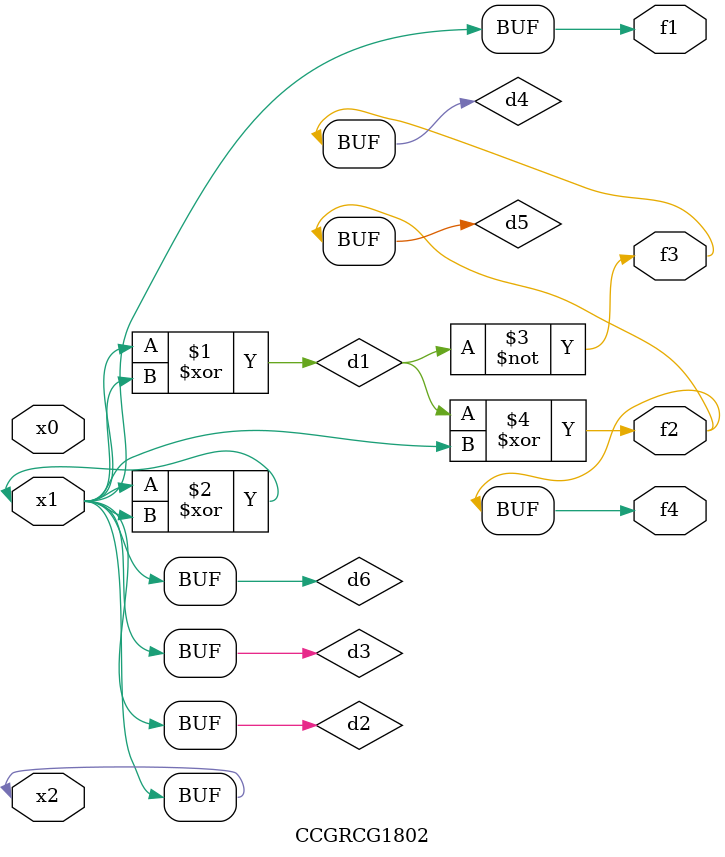
<source format=v>
module CCGRCG1802(
	input x0, x1, x2,
	output f1, f2, f3, f4
);

	wire d1, d2, d3, d4, d5, d6;

	xor (d1, x1, x2);
	buf (d2, x1, x2);
	xor (d3, x1, x2);
	nor (d4, d1);
	xor (d5, d1, d2);
	buf (d6, d2, d3);
	assign f1 = d6;
	assign f2 = d5;
	assign f3 = d4;
	assign f4 = d5;
endmodule

</source>
